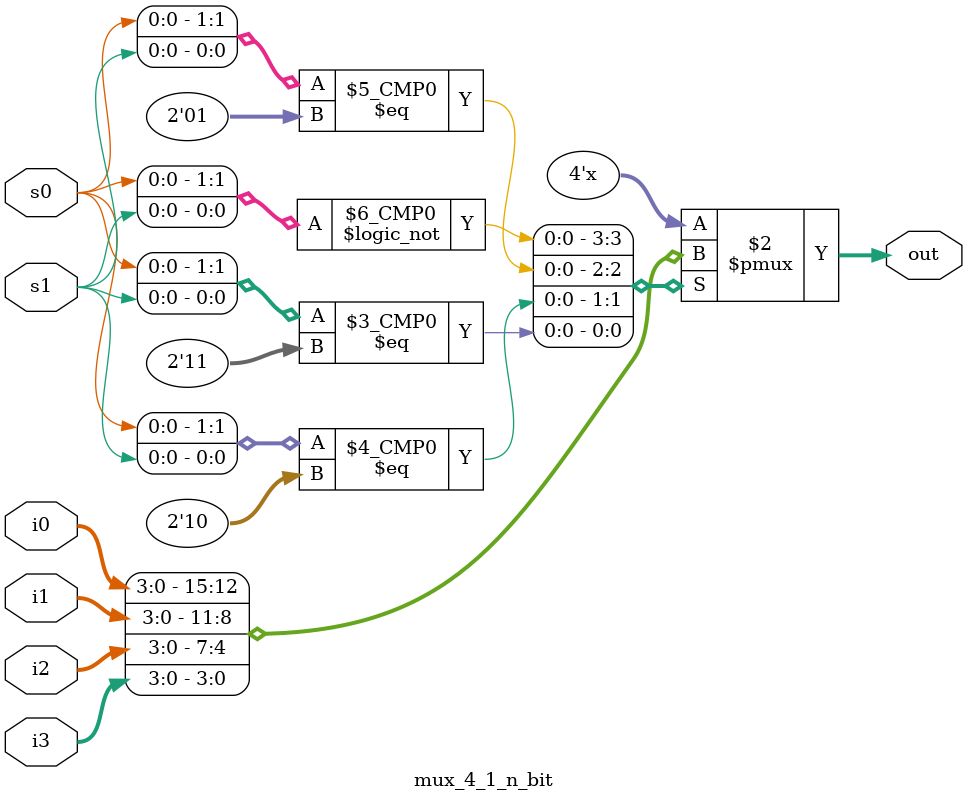
<source format=v>
/*************************************************************
Design Name 	: 4x1 MUX N Bit
File Name   	: mux_4_1_n_bit.v
Function    	: 4x1 MUX
Programer     	: Mohammad Abdul Moin Oninda
Last Modified	: 26-07-2019
*************************************************************/
module mux_4_1_n_bit(out, s0, s1, i0, i1, i2, i3);

parameter N = 4;

//Port Declaration
//Output
output reg [N-1 : 0] out;

//Input
input s0;
input s1;
input [N-1 : 0] i0;
input [N-1 : 0] i1;
input [N-1 : 0] i2;
input [N-1 : 0] i3;

always @(*)
	begin
		case({s0, s1})
			2'b00:
				begin
					out <= i0;
				end
			2'b01:
				begin
					out <= i1;
				end
			2'b10:
				begin
					out <= i2;
				end
			2'b11:
				begin
					out <= i3;
				end
			default:
				begin
					 $display("Error in select bit"); 
				end
		endcase 
	end 
endmodule 
</source>
